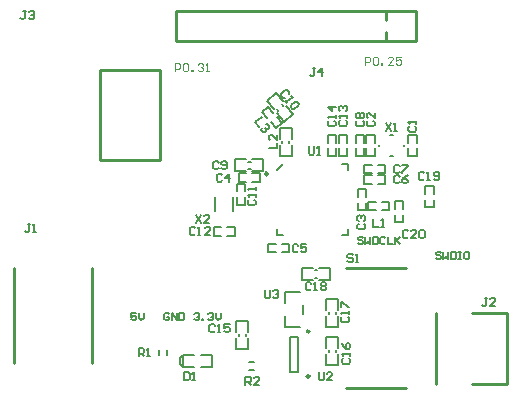
<source format=gto>
G04 Layer_Color=65535*
%FSLAX25Y25*%
%MOIN*%
G70*
G01*
G75*
%ADD31C,0.01000*%
%ADD34C,0.00598*%
%ADD37C,0.00600*%
%ADD46C,0.00984*%
%ADD47C,0.00787*%
%ADD48C,0.00591*%
%ADD49C,0.00500*%
%ADD50C,0.00492*%
D31*
X-103091Y36500D02*
Y66500D01*
X-83091D01*
Y36500D02*
Y66500D01*
X-103091Y36500D02*
X-83091D01*
X20906Y-14449D02*
X32717D01*
X20906Y-38071D02*
X32717D01*
Y-14449D01*
X9094Y-38071D02*
Y-14449D01*
X-21000Y500D02*
X-1000D01*
X-21000Y-39500D02*
X-1000D01*
X-77500Y86232D02*
X2500D01*
X-77500Y76232D02*
X2500D01*
X-77500D02*
Y86232D01*
X2500Y76232D02*
Y86232D01*
X-7500Y83232D02*
Y86232D01*
Y76232D02*
Y79232D01*
X-105701Y-31130D02*
Y366D01*
X-131685Y-31130D02*
Y366D01*
D34*
X-21848Y-29602D02*
X-22298Y-30052D01*
Y-30952D01*
X-21848Y-31402D01*
X-20048D01*
X-19598Y-30952D01*
Y-30052D01*
X-20048Y-29602D01*
X-19598Y-28702D02*
Y-27802D01*
Y-28252D01*
X-22298D01*
X-21848Y-28702D01*
X-22298Y-24652D02*
X-21848Y-25552D01*
X-20948Y-26452D01*
X-20048D01*
X-19598Y-26002D01*
Y-25102D01*
X-20048Y-24652D01*
X-20498D01*
X-20948Y-25102D01*
Y-26452D01*
X-127700Y86200D02*
X-128600D01*
X-128150D01*
Y83950D01*
X-128600Y83500D01*
X-129050D01*
X-129500Y83950D01*
X-126800Y85750D02*
X-126350Y86200D01*
X-125450D01*
X-125000Y85750D01*
Y85300D01*
X-125450Y84850D01*
X-125900D01*
X-125450D01*
X-125000Y84400D01*
Y83950D01*
X-125450Y83500D01*
X-126350D01*
X-126800Y83950D01*
X-126200Y15200D02*
X-127100D01*
X-126650D01*
Y12950D01*
X-127100Y12500D01*
X-127550D01*
X-128000Y12950D01*
X-125300Y12500D02*
X-124400D01*
X-124850D01*
Y15200D01*
X-125300Y14750D01*
X-31200Y67200D02*
X-32100D01*
X-31650D01*
Y64950D01*
X-32100Y64500D01*
X-32550D01*
X-33000Y64950D01*
X-28950Y64500D02*
Y67200D01*
X-30300Y65850D01*
X-28500D01*
X-48000Y-6800D02*
Y-9050D01*
X-47550Y-9500D01*
X-46650D01*
X-46200Y-9050D01*
Y-6800D01*
X-45300Y-7250D02*
X-44850Y-6800D01*
X-43950D01*
X-43500Y-7250D01*
Y-7700D01*
X-43950Y-8150D01*
X-44400D01*
X-43950D01*
X-43500Y-8600D01*
Y-9050D01*
X-43950Y-9500D01*
X-44850D01*
X-45300Y-9050D01*
X-30000Y-34300D02*
Y-36550D01*
X-29550Y-37000D01*
X-28650D01*
X-28200Y-36550D01*
Y-34300D01*
X-25500Y-37000D02*
X-27300D01*
X-25500Y-35200D01*
Y-34750D01*
X-25950Y-34300D01*
X-26850D01*
X-27300Y-34750D01*
X-54500Y-38500D02*
Y-35800D01*
X-53150D01*
X-52700Y-36250D01*
Y-37150D01*
X-53150Y-37600D01*
X-54500D01*
X-53600D02*
X-52700Y-38500D01*
X-50000D02*
X-51800D01*
X-50000Y-36700D01*
Y-36250D01*
X-50450Y-35800D01*
X-51350D01*
X-51800Y-36250D01*
X-90000Y-29000D02*
Y-26300D01*
X-88650D01*
X-88200Y-26750D01*
Y-27650D01*
X-88650Y-28100D01*
X-90000D01*
X-89100D02*
X-88200Y-29000D01*
X-87300D02*
X-86400D01*
X-86850D01*
Y-26300D01*
X-87300Y-26750D01*
X-74900Y-34225D02*
Y-36925D01*
X-73550D01*
X-73100Y-36475D01*
Y-34675D01*
X-73550Y-34225D01*
X-74900D01*
X-72200Y-36925D02*
X-71300D01*
X-71750D01*
Y-34225D01*
X-72200Y-34675D01*
X-32600Y-4676D02*
X-33050Y-4225D01*
X-33950D01*
X-34400Y-4676D01*
Y-6475D01*
X-33950Y-6925D01*
X-33050D01*
X-32600Y-6475D01*
X-31700Y-6925D02*
X-30800D01*
X-31250D01*
Y-4225D01*
X-31700Y-4676D01*
X-29450D02*
X-29000Y-4225D01*
X-28100D01*
X-27650Y-4676D01*
Y-5125D01*
X-28100Y-5575D01*
X-27650Y-6025D01*
Y-6475D01*
X-28100Y-6925D01*
X-29000D01*
X-29450Y-6475D01*
Y-6025D01*
X-29000Y-5575D01*
X-29450Y-5125D01*
Y-4676D01*
X-29000Y-5575D02*
X-28100D01*
X-22250Y-15700D02*
X-22700Y-16150D01*
Y-17050D01*
X-22250Y-17500D01*
X-20450D01*
X-20000Y-17050D01*
Y-16150D01*
X-20450Y-15700D01*
X-20000Y-14800D02*
Y-13900D01*
Y-14350D01*
X-22700D01*
X-22250Y-14800D01*
X-22700Y-12550D02*
Y-10750D01*
X-22250D01*
X-20450Y-12550D01*
X-20000D01*
X-64700Y-18750D02*
X-65150Y-18300D01*
X-66050D01*
X-66500Y-18750D01*
Y-20550D01*
X-66050Y-21000D01*
X-65150D01*
X-64700Y-20550D01*
X-63800Y-21000D02*
X-62900D01*
X-63350D01*
Y-18300D01*
X-63800Y-18750D01*
X-59750Y-18300D02*
X-61550D01*
Y-19650D01*
X-60650Y-19200D01*
X-60200D01*
X-59750Y-19650D01*
Y-20550D01*
X-60200Y-21000D01*
X-61100D01*
X-61550Y-20550D01*
X26100Y-9550D02*
X25200D01*
X25650D01*
Y-11799D01*
X25200Y-12249D01*
X24750D01*
X24300Y-11799D01*
X28800Y-12249D02*
X27000D01*
X28800Y-10449D01*
Y-10000D01*
X28350Y-9550D01*
X27450D01*
X27000Y-10000D01*
X5099Y32032D02*
X4650Y32482D01*
X3750D01*
X3300Y32032D01*
Y30232D01*
X3750Y29782D01*
X4650D01*
X5099Y30232D01*
X5999Y29782D02*
X6899D01*
X6449D01*
Y32482D01*
X5999Y32032D01*
X8249Y30232D02*
X8699Y29782D01*
X9599D01*
X10049Y30232D01*
Y32032D01*
X9599Y32482D01*
X8699D01*
X8249Y32032D01*
Y31582D01*
X8699Y31132D01*
X10049D01*
X-200Y12750D02*
X-650Y13200D01*
X-1550D01*
X-2000Y12750D01*
Y10950D01*
X-1550Y10500D01*
X-650D01*
X-200Y10950D01*
X2500Y10500D02*
X700D01*
X2500Y12300D01*
Y12750D01*
X2050Y13200D01*
X1150D01*
X700Y12750D01*
X3400D02*
X3850Y13200D01*
X4750D01*
X5200Y12750D01*
Y10950D01*
X4750Y10500D01*
X3850D01*
X3400Y10950D01*
Y12750D01*
X-18700Y4750D02*
X-19150Y5200D01*
X-20050D01*
X-20500Y4750D01*
Y4300D01*
X-20050Y3850D01*
X-19150D01*
X-18700Y3400D01*
Y2950D01*
X-19150Y2500D01*
X-20050D01*
X-20500Y2950D01*
X-17800Y2500D02*
X-16900D01*
X-17350D01*
Y5200D01*
X-17800Y4750D01*
D37*
X-17078Y19682D02*
X-14322D01*
X-17078Y26769D02*
X-14322D01*
Y24210D02*
Y26769D01*
Y19682D02*
Y22241D01*
X-17078Y24210D02*
Y26769D01*
Y19682D02*
Y22241D01*
X-65143Y11248D02*
Y14004D01*
X-58056Y11248D02*
Y14004D01*
X-60615Y11248D02*
X-58056D01*
X-65143D02*
X-62584D01*
X-60615Y14004D02*
X-58056D01*
X-65143D02*
X-62584D01*
X-57568Y-26543D02*
X-53631D01*
X-57568Y-17291D02*
X-53631D01*
Y-20933D02*
Y-17291D01*
Y-26543D02*
Y-22901D01*
X-57568Y-20933D02*
Y-17291D01*
Y-26543D02*
Y-22901D01*
X-27569Y-22606D02*
X-23632D01*
X-27569Y-31858D02*
X-23632D01*
X-27569D02*
Y-28216D01*
Y-26248D02*
Y-22606D01*
X-23632Y-31858D02*
Y-28216D01*
Y-26248D02*
Y-22606D01*
X-35626Y-3469D02*
Y469D01*
X-26374Y-3469D02*
Y469D01*
X-30016Y-3469D02*
X-26374D01*
X-35626D02*
X-31984D01*
X-30016Y469D02*
X-26374D01*
X-35626D02*
X-31984D01*
X-27569Y-19043D02*
X-23632D01*
X-27569Y-9791D02*
X-23632D01*
Y-13433D02*
Y-9791D01*
Y-19043D02*
Y-15401D01*
X-27569Y-13433D02*
Y-9791D01*
Y-19043D02*
Y-15401D01*
X-24322Y42310D02*
Y44869D01*
Y37782D02*
Y40342D01*
X-27078Y42310D02*
Y44869D01*
Y37782D02*
Y40342D01*
Y37782D02*
X-24322D01*
X-27078Y44869D02*
X-24322D01*
X-46943Y5748D02*
Y8504D01*
X-39856Y5748D02*
Y8504D01*
X-42415Y5748D02*
X-39856D01*
X-46943D02*
X-44384D01*
X-42415Y8504D02*
X-39856D01*
X-46943D02*
X-44384D01*
X-179Y37783D02*
X2577D01*
X-179Y44870D02*
X2577D01*
Y42311D02*
Y44870D01*
Y37783D02*
Y40342D01*
X-179Y42311D02*
Y44870D01*
Y37783D02*
Y40342D01*
X-41532Y49236D02*
X-38516Y51767D01*
X-47479Y56324D02*
X-44463Y58854D01*
X-42122Y56065D01*
X-40857Y54557D02*
X-38516Y51767D01*
X-47479Y56324D02*
X-45138Y53534D01*
X-43873Y52026D02*
X-41532Y49236D01*
X-44476Y47045D02*
X-42365Y48817D01*
X-49031Y52474D02*
X-46920Y54245D01*
X-45275Y52285D01*
X-44009Y50777D02*
X-42365Y48817D01*
X-49031Y52474D02*
X-47386Y50514D01*
X-46121Y49006D02*
X-44476Y47045D01*
X-43069Y37820D02*
Y41461D01*
Y43430D02*
Y47072D01*
X-39132Y37820D02*
Y41461D01*
Y43430D02*
Y47072D01*
X-43069Y37820D02*
X-39132D01*
X-43069Y47072D02*
X-39132Y47072D01*
X-57826Y32757D02*
Y36694D01*
X-48574Y32757D02*
Y36694D01*
X-52216Y32757D02*
X-48574D01*
X-57826D02*
X-54184D01*
X-52216Y36694D02*
X-48574D01*
X-57826D02*
X-54184D01*
X-9116Y19847D02*
X-6557D01*
X-13644D02*
X-11085D01*
X-9116Y22603D02*
X-6557D01*
X-13644D02*
X-11085D01*
X-13644Y19847D02*
Y22603D01*
X-6557Y19847D02*
Y22603D01*
X-17678Y44869D02*
X-14922D01*
X-17678Y37782D02*
X-14922D01*
X-17678D02*
Y40342D01*
Y42310D02*
Y44869D01*
X-14922Y37782D02*
Y40342D01*
Y42310D02*
Y44869D01*
X-7857Y32147D02*
Y34903D01*
X-14944Y32147D02*
Y34903D01*
X-12385D01*
X-10416D02*
X-7857D01*
X-14944Y32147D02*
X-12385D01*
X-10416D02*
X-7857D01*
X-14943Y28648D02*
Y31404D01*
X-7856Y28648D02*
Y31404D01*
X-10415Y28648D02*
X-7856D01*
X-14943D02*
X-12384D01*
X-10415Y31404D02*
X-7856D01*
X-14943D02*
X-12384D01*
X-56743Y29248D02*
Y32004D01*
X-49656Y29248D02*
Y32004D01*
X-52215Y29248D02*
X-49656D01*
X-56743D02*
X-54184D01*
X-52215Y32004D02*
X-49656D01*
X-56743D02*
X-54184D01*
X-14178Y44869D02*
X-11422D01*
X-14178Y37782D02*
X-11422D01*
X-14178D02*
Y40342D01*
Y42310D02*
Y44869D01*
X-11422Y37782D02*
Y40342D01*
Y42310D02*
Y44869D01*
X-1549Y41090D02*
Y41562D01*
X-6431Y37862D02*
X-5171D01*
X-10053Y41090D02*
Y41562D01*
X-6431Y44791D02*
X-5171D01*
X-23278Y44869D02*
X-20522D01*
X-23278Y37782D02*
X-20522D01*
X-23278D02*
Y40342D01*
Y42310D02*
Y44869D01*
X-20522Y37782D02*
Y40342D01*
Y42310D02*
Y44869D01*
X-57378Y21482D02*
X-54622D01*
X-57378Y28569D02*
X-54622D01*
Y26010D02*
Y28569D01*
Y21482D02*
Y24041D01*
X-57378Y26010D02*
Y28569D01*
Y21482D02*
Y24041D01*
X-4579Y15708D02*
Y18267D01*
Y20235D02*
Y22794D01*
X-1823Y15708D02*
Y18267D01*
Y20235D02*
Y22794D01*
X-4579D02*
X-1823D01*
X-4579Y15708D02*
X-1823D01*
X8178Y25234D02*
Y27794D01*
Y20707D02*
Y23266D01*
X5422Y25234D02*
Y27794D01*
Y20707D02*
Y23266D01*
Y20707D02*
X8178D01*
X5422Y27794D02*
X8178D01*
X-26650Y49626D02*
X-27100Y49176D01*
Y48276D01*
X-26650Y47826D01*
X-24851D01*
X-24401Y48276D01*
Y49176D01*
X-24851Y49626D01*
X-24401Y50525D02*
Y51425D01*
Y50975D01*
X-27100D01*
X-26650Y50525D01*
X-24401Y54124D02*
X-27100D01*
X-25750Y52775D01*
Y54574D01*
X-40020Y58393D02*
X-39965Y59026D01*
X-40543Y59716D01*
X-41177Y59771D01*
X-42555Y58614D01*
X-42611Y57981D01*
X-42033Y57292D01*
X-41399Y57236D01*
X-41165Y56258D02*
X-40587Y55568D01*
X-40876Y55913D01*
X-38808Y57648D01*
X-39442Y57704D01*
X-37996Y55980D02*
X-37363Y55925D01*
X-36784Y55236D01*
X-36840Y54602D01*
X-38218Y53445D01*
X-38852Y53501D01*
X-39430Y54190D01*
X-39375Y54824D01*
X-37996Y55980D01*
X-49132Y50760D02*
X-51200Y49025D01*
X-50043Y47647D01*
X-47742Y48403D02*
X-47108Y48348D01*
X-46530Y47659D01*
X-46585Y47025D01*
X-46930Y46736D01*
X-47564Y46791D01*
X-47853Y47136D01*
X-47564Y46791D01*
X-47619Y46158D01*
X-47964Y45869D01*
X-48598Y45924D01*
X-49176Y46613D01*
X-49121Y47247D01*
X-46699Y40346D02*
X-44000D01*
Y42145D01*
Y44844D02*
Y43045D01*
X-45799Y44844D01*
X-46249D01*
X-46699Y44394D01*
Y43495D01*
X-46249Y43045D01*
X-62326Y31493D02*
X-62776Y31943D01*
X-63676D01*
X-64126Y31493D01*
Y29694D01*
X-63676Y29244D01*
X-62776D01*
X-62326Y29694D01*
X-60077Y29244D02*
Y31943D01*
X-61427Y30594D01*
X-59627D01*
X-36901Y7944D02*
X-37351Y8394D01*
X-38250D01*
X-38700Y7944D01*
Y6144D01*
X-38250Y5694D01*
X-37351D01*
X-36901Y6144D01*
X-34202Y8394D02*
X-36001D01*
Y7044D01*
X-35102Y7494D01*
X-34652D01*
X-34202Y7044D01*
Y6144D01*
X-34652Y5694D01*
X-35551D01*
X-36001Y6144D01*
X-3126Y34422D02*
X-3576Y34872D01*
X-4475D01*
X-4925Y34422D01*
Y32623D01*
X-4475Y32173D01*
X-3576D01*
X-3126Y32623D01*
X-2226Y34872D02*
X-427D01*
Y34422D01*
X-2226Y32623D01*
Y32173D01*
X250Y47725D02*
X-200Y47276D01*
Y46376D01*
X250Y45926D01*
X2049D01*
X2499Y46376D01*
Y47276D01*
X2049Y47725D01*
X2499Y48625D02*
Y49525D01*
Y49075D01*
X-200D01*
X250Y48625D01*
X-7701Y48825D02*
X-5901Y46126D01*
Y48825D02*
X-7701Y46126D01*
X-5002D02*
X-4102D01*
X-4552D01*
Y48825D01*
X-5002Y48375D01*
X-17175Y49573D02*
X-17625Y49123D01*
Y48223D01*
X-17175Y47773D01*
X-15375D01*
X-14926Y48223D01*
Y49123D01*
X-15375Y49573D01*
X-17175Y50472D02*
X-17625Y50922D01*
Y51822D01*
X-17175Y52272D01*
X-16725D01*
X-16275Y51822D01*
X-15825Y52272D01*
X-15375D01*
X-14926Y51822D01*
Y50922D01*
X-15375Y50472D01*
X-15825D01*
X-16275Y50922D01*
X-16725Y50472D01*
X-17175D01*
X-16275Y50922D02*
Y51822D01*
X-63426Y35594D02*
X-63876Y36043D01*
X-64776D01*
X-65226Y35594D01*
Y33794D01*
X-64776Y33344D01*
X-63876D01*
X-63426Y33794D01*
X-62527D02*
X-62077Y33344D01*
X-61177D01*
X-60727Y33794D01*
Y35594D01*
X-61177Y36043D01*
X-62077D01*
X-62527Y35594D01*
Y35144D01*
X-62077Y34694D01*
X-60727D01*
X-3126Y30922D02*
X-3576Y31372D01*
X-4475D01*
X-4925Y30922D01*
Y29122D01*
X-4475Y28673D01*
X-3576D01*
X-3126Y29122D01*
X-427Y31372D02*
X-1326Y30922D01*
X-2226Y30022D01*
Y29122D01*
X-1776Y28673D01*
X-876D01*
X-427Y29122D01*
Y29572D01*
X-876Y30022D01*
X-2226D01*
X-13675Y49573D02*
X-14125Y49123D01*
Y48223D01*
X-13675Y47773D01*
X-11875D01*
X-11426Y48223D01*
Y49123D01*
X-11875Y49573D01*
X-11426Y52272D02*
Y50472D01*
X-13225Y52272D01*
X-13675D01*
X-14125Y51822D01*
Y50922D01*
X-13675Y50472D01*
X-33300Y41025D02*
Y38775D01*
X-32850Y38325D01*
X-31951D01*
X-31501Y38775D01*
Y41025D01*
X-30601Y38325D02*
X-29701D01*
X-30151D01*
Y41025D01*
X-30601Y40575D01*
X-11926Y16943D02*
Y14244D01*
X-10126D01*
X-9227D02*
X-8327D01*
X-8777D01*
Y16943D01*
X-9227Y16493D01*
X-16749Y15299D02*
X-17199Y14850D01*
Y13950D01*
X-16749Y13500D01*
X-14950D01*
X-14500Y13950D01*
Y14850D01*
X-14950Y15299D01*
X-16749Y16199D02*
X-17199Y16649D01*
Y17549D01*
X-16749Y17999D01*
X-16299D01*
X-15850Y17549D01*
Y17099D01*
Y17549D01*
X-15400Y17999D01*
X-14950D01*
X-14500Y17549D01*
Y16649D01*
X-14950Y16199D01*
X-71100Y18124D02*
X-69301Y15425D01*
Y18124D02*
X-71100Y15425D01*
X-66601D02*
X-68401D01*
X-66601Y17225D01*
Y17675D01*
X-67051Y18124D01*
X-67951D01*
X-68401Y17675D01*
X-71301Y13675D02*
X-71750Y14124D01*
X-72650D01*
X-73100Y13675D01*
Y11875D01*
X-72650Y11425D01*
X-71750D01*
X-71301Y11875D01*
X-70401Y11425D02*
X-69501D01*
X-69951D01*
Y14124D01*
X-70401Y13675D01*
X-66352Y11425D02*
X-68152D01*
X-66352Y13225D01*
Y13675D01*
X-66802Y14124D01*
X-67702D01*
X-68152Y13675D01*
X-53349Y23325D02*
X-53799Y22875D01*
Y21975D01*
X-53349Y21525D01*
X-51550D01*
X-51100Y21975D01*
Y22875D01*
X-51550Y23325D01*
X-51100Y24225D02*
Y25124D01*
Y24674D01*
X-53799D01*
X-53349Y24225D01*
X-51100Y26474D02*
Y27373D01*
Y26924D01*
X-53799D01*
X-53349Y26474D01*
X-22950Y49694D02*
X-23400Y49244D01*
Y48344D01*
X-22950Y47895D01*
X-21151D01*
X-20701Y48344D01*
Y49244D01*
X-21151Y49694D01*
X-20701Y50594D02*
Y51493D01*
Y51044D01*
X-23400D01*
X-22950Y50594D01*
Y52843D02*
X-23400Y53293D01*
Y54193D01*
X-22950Y54642D01*
X-22500D01*
X-22050Y54193D01*
Y53743D01*
Y54193D01*
X-21600Y54642D01*
X-21151D01*
X-20701Y54193D01*
Y53293D01*
X-21151Y52843D01*
D46*
X-33108Y-35598D02*
G03*
X-33108Y-35598I-492J0D01*
G01*
X-33206Y-20598D02*
G03*
X-33206Y-20598I-394J0D01*
G01*
X-47062Y31887D02*
G03*
X-47062Y31887I-492J0D01*
G01*
D47*
X-39506Y-34220D02*
X-37143D01*
X-39506Y-22409D02*
X-37143D01*
Y-34220D02*
Y-22409D01*
X-39506Y-34220D02*
Y-22409D01*
X-54419Y-22311D02*
Y-21523D01*
X-56781Y-22311D02*
Y-21523D01*
X-26781Y-27626D02*
Y-26838D01*
X-24419Y-27626D02*
Y-26838D01*
X-31394Y-2681D02*
X-30606D01*
X-31394Y-319D02*
X-30606D01*
X-24419Y-14811D02*
Y-14023D01*
X-26781Y-14811D02*
Y-14023D01*
X-53387Y-30697D02*
X-51812D01*
X-53387Y-33452D02*
X-51812D01*
X-83478Y-28362D02*
Y-26787D01*
X-80722Y-28362D02*
Y-26787D01*
X-44011Y11414D02*
Y13383D01*
Y11414D02*
X-42043D01*
X-22358D02*
X-20389D01*
Y13383D01*
Y33068D02*
Y35036D01*
X-22358D02*
X-20389D01*
X-44011Y33068D02*
X-42043Y35036D01*
X-42346Y55106D02*
X-41839Y54503D01*
X-44155Y53588D02*
X-43649Y52985D01*
X-42281Y42052D02*
Y42839D01*
X-39919Y42052D02*
Y42839D01*
X-64553Y19363D02*
Y24088D01*
X-58647Y19363D02*
Y24088D01*
X-53594Y33544D02*
X-52806D01*
X-53594Y35906D02*
X-52806D01*
D48*
X-41474Y-19024D02*
Y-15480D01*
Y-11149D02*
Y-7606D01*
Y-19024D02*
X-36356D01*
X-41474Y-7606D02*
X-36356D01*
X-35175Y-14693D02*
Y-11937D01*
D49*
X-69250Y-32500D02*
X-65750D01*
X-69250Y-28500D02*
X-65750D01*
Y-32500D02*
Y-28500D01*
X-76250Y-31500D02*
Y-29500D01*
X-75250Y-32500D02*
Y-28500D01*
Y-32500D02*
X-71750D01*
X-76250Y-31500D02*
X-75250Y-32500D01*
Y-28500D02*
X-71750D01*
X-76250Y-29500D02*
X-75250Y-28500D01*
X10653Y5566D02*
X10240Y5979D01*
X9413D01*
X9000Y5566D01*
Y5153D01*
X9413Y4740D01*
X10240D01*
X10653Y4326D01*
Y3913D01*
X10240Y3500D01*
X9413D01*
X9000Y3913D01*
X11479Y5979D02*
Y3500D01*
X12306Y4326D01*
X13133Y3500D01*
Y5979D01*
X13959D02*
Y3500D01*
X15199D01*
X15612Y3913D01*
Y5566D01*
X15199Y5979D01*
X13959D01*
X16439D02*
X17265D01*
X16852D01*
Y3500D01*
X16439D01*
X17265D01*
X19745Y5979D02*
X18918D01*
X18505Y5566D01*
Y3913D01*
X18918Y3500D01*
X19745D01*
X20158Y3913D01*
Y5566D01*
X19745Y5979D01*
X-15347Y10566D02*
X-15760Y10979D01*
X-16587D01*
X-17000Y10566D01*
Y10153D01*
X-16587Y9740D01*
X-15760D01*
X-15347Y9326D01*
Y8913D01*
X-15760Y8500D01*
X-16587D01*
X-17000Y8913D01*
X-14521Y10979D02*
Y8500D01*
X-13694Y9326D01*
X-12867Y8500D01*
Y10979D01*
X-12041D02*
Y8500D01*
X-10801D01*
X-10388Y8913D01*
Y10566D01*
X-10801Y10979D01*
X-12041D01*
X-7908Y10566D02*
X-8322Y10979D01*
X-9148D01*
X-9561Y10566D01*
Y8913D01*
X-9148Y8500D01*
X-8322D01*
X-7908Y8913D01*
X-7082Y10979D02*
Y8500D01*
X-5429D01*
X-4603Y10979D02*
Y8500D01*
Y9326D01*
X-2949Y10979D01*
X-4189Y9740D01*
X-2949Y8500D01*
X-71500Y-14934D02*
X-71087Y-14521D01*
X-70260D01*
X-69847Y-14934D01*
Y-15347D01*
X-70260Y-15760D01*
X-70674D01*
X-70260D01*
X-69847Y-16173D01*
Y-16587D01*
X-70260Y-17000D01*
X-71087D01*
X-71500Y-16587D01*
X-69020Y-17000D02*
Y-16587D01*
X-68607D01*
Y-17000D01*
X-69020D01*
X-66954Y-14934D02*
X-66541Y-14521D01*
X-65715D01*
X-65301Y-14934D01*
Y-15347D01*
X-65715Y-15760D01*
X-66128D01*
X-65715D01*
X-65301Y-16173D01*
Y-16587D01*
X-65715Y-17000D01*
X-66541D01*
X-66954Y-16587D01*
X-64475Y-14521D02*
Y-16173D01*
X-63648Y-17000D01*
X-62822Y-16173D01*
Y-14521D01*
X-79847Y-14934D02*
X-80260Y-14521D01*
X-81087D01*
X-81500Y-14934D01*
Y-16587D01*
X-81087Y-17000D01*
X-80260D01*
X-79847Y-16587D01*
Y-15760D01*
X-80673D01*
X-79021Y-17000D02*
Y-14521D01*
X-77368Y-17000D01*
Y-14521D01*
X-76541D02*
Y-17000D01*
X-75301D01*
X-74888Y-16587D01*
Y-14934D01*
X-75301Y-14521D01*
X-76541D01*
X-90847D02*
X-92500D01*
Y-15760D01*
X-91673Y-15347D01*
X-91260D01*
X-90847Y-15760D01*
Y-16587D01*
X-91260Y-17000D01*
X-92087D01*
X-92500Y-16587D01*
X-90021Y-14521D02*
Y-16173D01*
X-89194Y-17000D01*
X-88367Y-16173D01*
Y-14521D01*
D50*
X-78000Y66000D02*
Y68700D01*
X-76650D01*
X-76200Y68250D01*
Y67350D01*
X-76650Y66900D01*
X-78000D01*
X-75300Y68250D02*
X-74850Y68700D01*
X-73950D01*
X-73500Y68250D01*
Y66450D01*
X-73950Y66000D01*
X-74850D01*
X-75300Y66450D01*
Y68250D01*
X-72600Y66000D02*
Y66450D01*
X-72150D01*
Y66000D01*
X-72600D01*
X-70350Y68250D02*
X-69900Y68700D01*
X-69000D01*
X-68550Y68250D01*
Y67800D01*
X-69000Y67350D01*
X-69450D01*
X-69000D01*
X-68550Y66900D01*
Y66450D01*
X-69000Y66000D01*
X-69900D01*
X-70350Y66450D01*
X-67650Y66000D02*
X-66750D01*
X-67200D01*
Y68700D01*
X-67650Y68250D01*
X-14700Y68251D02*
Y70951D01*
X-13350D01*
X-12900Y70500D01*
Y69601D01*
X-13350Y69151D01*
X-14700D01*
X-12000Y70500D02*
X-11551Y70951D01*
X-10650D01*
X-10200Y70500D01*
Y68701D01*
X-10650Y68251D01*
X-11551D01*
X-12000Y68701D01*
Y70500D01*
X-9301Y68251D02*
Y68701D01*
X-8851D01*
Y68251D01*
X-9301D01*
X-5251D02*
X-7051D01*
X-5251Y70051D01*
Y70500D01*
X-5701Y70951D01*
X-6601D01*
X-7051Y70500D01*
X-2551Y70951D02*
X-4351D01*
Y69601D01*
X-3451Y70051D01*
X-3001D01*
X-2551Y69601D01*
Y68701D01*
X-3001Y68251D01*
X-3901D01*
X-4351Y68701D01*
M02*

</source>
